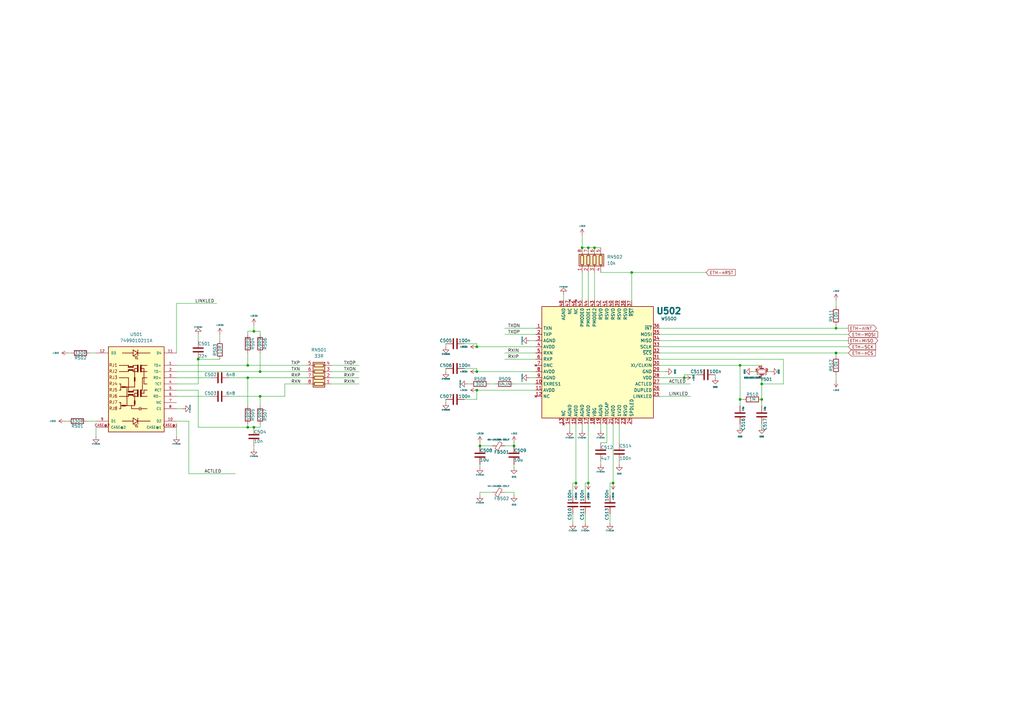
<source format=kicad_sch>
(kicad_sch (version 20230121) (generator eeschema)
  (paper "A3")
  (lib_symbols
    (symbol "Device:C" (pin_numbers hide) (pin_names (offset 0.254))
      (property "Reference" "C" (at 0.635 2.54 0))
      (property "Value" "C" (at 0.635 -2.54 0))
      (symbol "C_1_1"
        (pin passive line (at 0 3.81 270) (length 2.794) (name "~") (number "1"))
        (pin passive line (at 0 -3.81 90) (length 2.794) (name "~") (number "2"))
      )
    )
    (symbol "Device:Crystal_GND24_Small" (pin_names (offset 1.016) hide)
      (property "Reference" "Y" (at 1.27 4.445 0))
      (property "Value" "Crystal_GND24_Small" (at 1.27 2.54 0))
      (symbol "Crystal_GND24_Small_1_1"
        (pin passive line (at -2.54 0 0) (length 1.27) (name "1") (number "1"))
        (pin passive line (at 0 -2.54 90) (length 0.635) (name "2") (number "2"))
        (pin passive line (at 2.54 0 180) (length 1.27) (name "3") (number "3"))
        (pin passive line (at 0 2.54 270) (length 0.635) (name "4") (number "4"))
      )
    )
    (symbol "Device:Ferrite_Bead_Small" (pin_numbers hide) (pin_names (offset 0))
      (property "Reference" "FB" (at 1.905 1.27 0))
      (property "Value" "Device_Ferrite_Bead_Small" (at 1.905 -1.27 0))
      (symbol "Ferrite_Bead_Small_1_1"
        (pin passive line (at 0 2.54 270) (length 1.27) (name "~") (number "1"))
        (pin passive line (at 0 -2.54 90) (length 1.27) (name "~") (number "2"))
      )
    )
    (symbol "Device:R" (pin_numbers hide) (pin_names (offset 0))
      (property "Reference" "R" (at 2.032 0 90))
      (property "Value" "R" (at 0 0 90))
      (symbol "R_1_1"
        (pin passive line (at 0 3.81 270) (length 1.27) (name "~") (number "1"))
        (pin passive line (at 0 -3.81 90) (length 1.27) (name "~") (number "2"))
      )
    )
    (symbol "Device:R_Pack04" (pin_names (offset 0) hide)
      (property "Reference" "RN" (at -7.62 0 90))
      (property "Value" "R_Pack04" (at 5.08 0 90))
      (symbol "R_Pack04_1_1"
        (pin passive line (at -5.08 -5.08 90) (length 2.54) (name "R1.1") (number "1"))
        (pin passive line (at -2.54 -5.08 90) (length 2.54) (name "R2.1") (number "2"))
        (pin passive line (at 0 -5.08 90) (length 2.54) (name "R3.1") (number "3"))
        (pin passive line (at 2.54 -5.08 90) (length 2.54) (name "R4.1") (number "4"))
        (pin passive line (at 2.54 5.08 270) (length 2.54) (name "R4.2") (number "5"))
        (pin passive line (at 0 5.08 270) (length 2.54) (name "R3.2") (number "6"))
        (pin passive line (at -2.54 5.08 270) (length 2.54) (name "R2.2") (number "7"))
        (pin passive line (at -5.08 5.08 270) (length 2.54) (name "R1.2") (number "8"))
      )
    )
    (symbol "Project_Specific_Power:+3V3" (power) (pin_names (offset 0))
      (property "Value" "+3V3" (at 0 3.175 0))
      (symbol "+3V3_1_1"
        (pin power_in line (at 0 0 90) (length 0) hide (name "+3V3") (number "1"))
      )
    )
    (symbol "Project_Specific_Power:+3V3A" (power) (pin_names (offset 0))
      (property "Value" "+3V3A" (at 0 3.175 0))
      (symbol "+3V3A_1_1"
        (pin power_in line (at 0 0 90) (length 0) hide (name "+3V3A") (number "1"))
      )
    )
    (symbol "Project_Specific_Power:ETH_GNDA" (power) (pin_names (offset 0))
      (property "Value" "ETH_GNDA" (at 0 -2.9972 0))
      (symbol "ETH_GNDA_1_1"
        (pin power_in line (at 0 0 270) (length 0) hide (name "ETHGNDA") (number "1"))
      )
    )
    (symbol "Project_Specific_Wiznet:W5500"
      (property "Reference" "U" (at -21.59 24.13 0))
      (property "Value" "W5500" (at -8.89 2.54 0))
      (symbol "W5500_1_1"
        (pin output line (at -25.4 13.97 0) (length 2.54) (name "TXN") (number "1"))
        (pin passive line (at -25.4 -8.89 0) (length 2.54) (name "EXRES1") (number "10"))
        (pin passive line (at -25.4 -11.43 0) (length 2.54) (name "AVDD") (number "11"))
        (pin no_connect line (at -25.4 -13.97 0) (length 2.54) (name "NC") (number "12"))
        (pin no_connect line (at -13.97 -25.4 90) (length 2.54) (name "NC") (number "13"))
        (pin passive line (at -11.43 -25.4 90) (length 2.54) (name "AGND") (number "14"))
        (pin passive line (at -8.89 -25.4 90) (length 2.54) (name "AVDD") (number "15"))
        (pin passive line (at -6.35 -25.4 90) (length 2.54) (name "AGND") (number "16"))
        (pin passive line (at -3.81 -25.4 90) (length 2.54) (name "AVDD") (number "17"))
        (pin passive line (at -1.27 -25.4 90) (length 2.54) (name "VBG") (number "18"))
        (pin passive line (at 1.27 -25.4 90) (length 2.54) (name "AGND") (number "19"))
        (pin output line (at -25.4 11.43 0) (length 2.54) (name "TXP") (number "2"))
        (pin passive line (at 3.81 -25.4 90) (length 2.54) (name "TOCAP") (number "20"))
        (pin passive line (at 6.35 -25.4 90) (length 2.54) (name "AVDD") (number "21"))
        (pin output line (at 8.89 -25.4 90) (length 2.54) (name "1V2O") (number "22"))
        (pin input line (at 11.43 -25.4 90) (length 2.54) (name "RSVD") (number "23"))
        (pin output line (at 13.97 -25.4 90) (length 2.54) (name "SPDLED") (number "24"))
        (pin output line (at 25.4 -13.97 180) (length 2.54) (name "LINKLED") (number "25"))
        (pin output line (at 25.4 -11.43 180) (length 2.54) (name "DUPLED") (number "26"))
        (pin output line (at 25.4 -8.89 180) (length 2.54) (name "ACTLED") (number "27"))
        (pin power_in line (at 25.4 -6.35 180) (length 2.54) (name "VDD") (number "28"))
        (pin power_in line (at 25.4 -3.81 180) (length 2.54) (name "GND") (number "29"))
        (pin power_in line (at -25.4 8.89 0) (length 2.54) (name "AGND") (number "3"))
        (pin input line (at 25.4 -1.27 180) (length 2.54) (name "XI/CLKIN") (number "30"))
        (pin output line (at 25.4 1.27 180) (length 2.54) (name "XO") (number "31"))
        (pin input line (at 25.4 3.81 180) (length 2.54) (name "~{SCS}") (number "32"))
        (pin input line (at 25.4 6.35 180) (length 2.54) (name "SCLK") (number "33"))
        (pin output line (at 25.4 8.89 180) (length 2.54) (name "MISO") (number "34"))
        (pin input line (at 25.4 11.43 180) (length 2.54) (name "MOSI") (number "35"))
        (pin input line (at 25.4 13.97 180) (length 2.54) (name "~{INT}") (number "36"))
        (pin input line (at 13.97 25.4 270) (length 2.54) (name "~{RST}") (number "37"))
        (pin input line (at 11.43 25.4 270) (length 2.54) (name "RSVD") (number "38"))
        (pin input line (at 8.89 25.4 270) (length 2.54) (name "RSVD") (number "39"))
        (pin power_in line (at -25.4 6.35 0) (length 2.54) (name "AVDD") (number "4"))
        (pin input line (at 6.35 25.4 270) (length 2.54) (name "RSVD") (number "40"))
        (pin input line (at 3.81 25.4 270) (length 2.54) (name "RSVD") (number "41"))
        (pin input line (at 1.27 25.4 270) (length 2.54) (name "RSVD") (number "42"))
        (pin input line (at -1.27 25.4 270) (length 2.54) (name "PMODE2") (number "43"))
        (pin input line (at -3.81 25.4 270) (length 2.54) (name "PMODE1") (number "44"))
        (pin input line (at -6.35 25.4 270) (length 2.54) (name "PMODE0") (number "45"))
        (pin no_connect line (at -8.89 25.4 270) (length 2.54) (name "NC") (number "46"))
        (pin no_connect line (at -11.43 25.4 270) (length 2.54) (name "NC") (number "47"))
        (pin passive line (at -13.97 25.4 270) (length 2.54) (name "AGND") (number "48"))
        (pin input line (at -25.4 3.81 0) (length 2.54) (name "RXN") (number "5"))
        (pin input line (at -25.4 1.27 0) (length 2.54) (name "RXP") (number "6"))
        (pin no_connect line (at -25.4 -1.27 0) (length 2.54) (name "DNC") (number "7"))
        (pin passive line (at -25.4 -3.81 0) (length 2.54) (name "AVDD") (number "8"))
        (pin passive line (at -25.4 -6.35 0) (length 2.54) (name "AGND") (number "9"))
      )
    )
    (symbol "Project_Specific_Wuerth:7499010211A" (pin_names (offset 1.016))
      (property "Reference" "U" (at 0 0 0))
      (property "Value" "7499010211A" (at 0 0 0))
      (symbol "7499010211A_0_0"
        (text "RJ1" (at 6.35 9.525 0) (effects (font (size 1.27 1.27)) (justify left bottom)))
        (text "RJ2" (at 6.35 6.985 0) (effects (font (size 1.27 1.27)) (justify left bottom)))
        (text "RJ3" (at 6.35 4.445 0) (effects (font (size 1.27 1.27)) (justify left bottom)))
        (text "RJ4" (at 6.35 1.905 0) (effects (font (size 1.27 1.27)) (justify left bottom)))
        (text "RJ5" (at 6.35 -0.635 0) (effects (font (size 1.27 1.27)) (justify left bottom)))
        (text "RJ6" (at 6.35 -3.175 0) (effects (font (size 1.27 1.27)) (justify left bottom)))
        (text "RJ7" (at 6.35 -5.715 0) (effects (font (size 1.27 1.27)) (justify left bottom)))
        (text "RJ8" (at 6.35 -8.255 0) (effects (font (size 1.27 1.27)) (justify left bottom)))
        (pin bidirectional line (at -17.78 10.16 0) (length 5.08) (name "TD+") (number "1"))
        (pin bidirectional line (at -17.78 -12.7 0) (length 5.08) (name "D2") (number "10"))
        (pin bidirectional line (at -17.78 15.24 0) (length 5.08) (name "D4") (number "11"))
        (pin bidirectional line (at 15.24 15.24 180) (length 5.08) (name "D3") (number "12"))
        (pin bidirectional line (at -17.78 7.62 0) (length 5.08) (name "TD-") (number "2"))
        (pin bidirectional line (at -17.78 5.08 0) (length 5.08) (name "RD+") (number "3"))
        (pin bidirectional line (at -17.78 2.54 0) (length 5.08) (name "TCT") (number "4"))
        (pin bidirectional line (at -17.78 0 0) (length 5.08) (name "RCT") (number "5"))
        (pin bidirectional line (at -17.78 -2.54 0) (length 5.08) (name "RD-") (number "6"))
        (pin bidirectional line (at -17.78 -5.08 0) (length 5.08) (name "NC") (number "7"))
        (pin bidirectional line (at -17.78 -7.62 0) (length 5.08) (name "C1") (number "8"))
        (pin bidirectional line (at 15.24 -12.7 180) (length 5.08) (name "D1") (number "9"))
        (pin bidirectional line (at -17.78 -15.24 0) (length 5.08) (name "CASE@1") (number "CASE@1"))
        (pin bidirectional line (at 15.24 -15.24 180) (length 5.08) (name "CASE@2") (number "CASE@2"))
      )
    )
    (symbol "power:GND" (power) (pin_names (offset 0))
      (property "Value" "GND" (at 0 -3.81 0))
      (symbol "GND_1_1"
        (pin power_in line (at 0 0 270) (length 0) hide (name "GND") (number "1"))
      )
    )
  )
  (junction (at 312.42 157.48))
  (junction (at 312.42 163.83))
  (junction (at 101.6 149.86))
  (junction (at 195.58 152.4))
  (junction (at 101.6 154.94))
  (junction (at 342.9 134.62))
  (junction (at 238.76 101.6))
  (junction (at 303.53 163.83))
  (junction (at 106.68 152.4))
  (junction (at 195.58 160.02))
  (junction (at 195.58 142.24))
  (junction (at 259.08 111.76))
  (junction (at 280.67 154.94))
  (junction (at 241.3 198.12))
  (junction (at 106.68 162.56))
  (junction (at 196.85 182.88))
  (junction (at 104.14 135.89))
  (junction (at 210.82 182.88))
  (junction (at 236.22 198.12))
  (junction (at 251.46 198.12))
  (junction (at 243.84 101.6))
  (junction (at 342.9 144.78))
  (junction (at 303.53 149.86))
  (junction (at 241.3 101.6))
  (junction (at 81.28 147.32))
  (junction (at 104.14 175.26))
  (junction (at 101.6 175.26))
  (wire (pts (xy 259.08 111.76) (xy 246.38 111.76)))
  (wire (pts (xy 182.88 163.83) (xy 182.88 165.1)))
  (wire (pts (xy 248.92 173.99) (xy 248.92 181.61)))
  (wire (pts (xy 93.98 154.94) (xy 101.6 154.94)))
  (wire (pts (xy 196.85 181.61) (xy 196.85 182.88)))
  (wire (pts (xy 72.39 157.48) (xy 81.28 157.48)))
  (wire (pts (xy 196.85 182.88) (xy 201.93 182.88)))
  (wire (pts (xy 104.14 135.89) (xy 106.68 135.89)))
  (wire (pts (xy 72.39 144.78) (xy 72.39 124.46)))
  (wire (pts (xy 135.89 157.48) (xy 147.32 157.48)))
  (wire (pts (xy 207.01 144.78) (xy 219.71 144.78)))
  (wire (pts (xy 312.42 154.94) (xy 312.42 157.48)))
  (wire (pts (xy 72.39 160.02) (xy 81.28 160.02)))
  (wire (pts (xy 217.17 154.94) (xy 219.71 154.94)))
  (wire (pts (xy 312.42 166.37) (xy 312.42 163.83)))
  (wire (pts (xy 104.14 175.26) (xy 106.68 175.26)))
  (wire (pts (xy 196.85 190.5) (xy 196.85 191.77)))
  (wire (pts (xy 200.66 157.48) (xy 203.2 157.48)))
  (wire (pts (xy 72.39 149.86) (xy 101.6 149.86)))
  (wire (pts (xy 254 173.99) (xy 254 181.61)))
  (wire (pts (xy 195.58 140.97) (xy 195.58 142.24)))
  (wire (pts (xy 101.6 144.78) (xy 101.6 149.86)))
  (wire (pts (xy 240.03 203.2) (xy 240.03 198.12)))
  (wire (pts (xy 207.01 182.88) (xy 210.82 182.88)))
  (wire (pts (xy 81.28 157.48) (xy 81.28 147.32)))
  (wire (pts (xy 207.01 134.62) (xy 219.71 134.62)))
  (wire (pts (xy 238.76 173.99) (xy 238.76 176.53)))
  (wire (pts (xy 72.39 172.72) (xy 77.47 172.72)))
  (wire (pts (xy 342.9 123.19) (xy 342.9 125.73)))
  (wire (pts (xy 342.9 144.78) (xy 347.98 144.78)))
  (wire (pts (xy 238.76 111.76) (xy 238.76 123.19)))
  (wire (pts (xy 106.68 173.99) (xy 106.68 175.26)))
  (wire (pts (xy 106.68 152.4) (xy 125.73 152.4)))
  (wire (pts (xy 81.28 147.32) (xy 90.17 147.32)))
  (wire (pts (xy 303.53 163.83) (xy 304.8 163.83)))
  (wire (pts (xy 246.38 173.99) (xy 246.38 176.53)))
  (wire (pts (xy 259.08 123.19) (xy 259.08 111.76)))
  (wire (pts (xy 195.58 152.4) (xy 219.71 152.4)))
  (wire (pts (xy 233.68 173.99) (xy 233.68 176.53)))
  (wire (pts (xy 236.22 198.12) (xy 236.22 173.99)))
  (wire (pts (xy 135.89 152.4) (xy 147.32 152.4)))
  (wire (pts (xy 280.67 153.67) (xy 280.67 154.94)))
  (wire (pts (xy 207.01 201.93) (xy 210.82 201.93)))
  (wire (pts (xy 241.3 198.12) (xy 241.3 173.99)))
  (wire (pts (xy 250.19 210.82) (xy 250.19 214.63)))
  (wire (pts (xy 303.53 149.86) (xy 312.42 149.86)))
  (wire (pts (xy 238.76 101.6) (xy 241.3 101.6)))
  (wire (pts (xy 342.9 144.78) (xy 342.9 146.05)))
  (wire (pts (xy 303.53 149.86) (xy 303.53 163.83)))
  (wire (pts (xy 270.51 142.24) (xy 347.98 142.24)))
  (wire (pts (xy 321.31 147.32) (xy 321.31 157.48)))
  (wire (pts (xy 342.9 134.62) (xy 347.98 134.62)))
  (wire (pts (xy 190.5 163.83) (xy 195.58 163.83)))
  (wire (pts (xy 259.08 111.76) (xy 289.56 111.76)))
  (wire (pts (xy 210.82 201.93) (xy 210.82 203.2)))
  (wire (pts (xy 106.68 144.78) (xy 106.68 152.4)))
  (wire (pts (xy 135.89 149.86) (xy 147.32 149.86)))
  (wire (pts (xy 106.68 162.56) (xy 116.84 162.56)))
  (wire (pts (xy 182.88 151.13) (xy 182.88 152.4)))
  (wire (pts (xy 93.98 162.56) (xy 106.68 162.56)))
  (wire (pts (xy 270.51 134.62) (xy 342.9 134.62)))
  (wire (pts (xy 195.58 160.02) (xy 219.71 160.02)))
  (wire (pts (xy 303.53 175.26) (xy 303.53 173.99)))
  (wire (pts (xy 270.51 144.78) (xy 342.9 144.78)))
  (wire (pts (xy 196.85 201.93) (xy 196.85 203.2)))
  (wire (pts (xy 101.6 137.16) (xy 101.6 135.89)))
  (wire (pts (xy 342.9 153.67) (xy 342.9 156.21)))
  (wire (pts (xy 312.42 157.48) (xy 321.31 157.48)))
  (wire (pts (xy 210.82 190.5) (xy 210.82 191.77)))
  (wire (pts (xy 217.17 139.7) (xy 219.71 139.7)))
  (wire (pts (xy 195.58 142.24) (xy 219.71 142.24)))
  (wire (pts (xy 234.95 198.12) (xy 236.22 198.12)))
  (wire (pts (xy 35.56 172.72) (xy 39.37 172.72)))
  (wire (pts (xy 238.76 96.52) (xy 238.76 101.6)))
  (wire (pts (xy 254 189.23) (xy 254 190.5)))
  (wire (pts (xy 81.28 160.02) (xy 81.28 175.26)))
  (wire (pts (xy 250.19 203.2) (xy 250.19 198.12)))
  (wire (pts (xy 106.68 135.89) (xy 106.68 137.16)))
  (wire (pts (xy 81.28 137.16) (xy 81.28 139.7)))
  (wire (pts (xy 283.21 162.56) (xy 270.51 162.56)))
  (wire (pts (xy 240.03 214.63) (xy 240.03 210.82)))
  (wire (pts (xy 72.39 152.4) (xy 106.68 152.4)))
  (wire (pts (xy 241.3 111.76) (xy 241.3 123.19)))
  (wire (pts (xy 270.51 137.16) (xy 347.98 137.16)))
  (wire (pts (xy 207.01 147.32) (xy 219.71 147.32)))
  (wire (pts (xy 210.82 181.61) (xy 210.82 182.88)))
  (wire (pts (xy 190.5 140.97) (xy 195.58 140.97)))
  (wire (pts (xy 90.17 137.16) (xy 90.17 139.7)))
  (wire (pts (xy 191.77 157.48) (xy 193.04 157.48)))
  (wire (pts (xy 270.51 152.4) (xy 273.05 152.4)))
  (wire (pts (xy 104.14 133.35) (xy 104.14 135.89)))
  (wire (pts (xy 234.95 214.63) (xy 234.95 210.82)))
  (wire (pts (xy 195.58 163.83) (xy 195.58 160.02)))
  (wire (pts (xy 251.46 198.12) (xy 251.46 173.99)))
  (wire (pts (xy 285.75 153.67) (xy 280.67 153.67)))
  (wire (pts (xy 195.58 151.13) (xy 195.58 152.4)))
  (wire (pts (xy 250.19 198.12) (xy 251.46 198.12)))
  (wire (pts (xy 72.39 175.26) (xy 72.39 179.07)))
  (wire (pts (xy 342.9 133.35) (xy 342.9 134.62)))
  (wire (pts (xy 72.39 154.94) (xy 86.36 154.94)))
  (wire (pts (xy 270.51 139.7) (xy 347.98 139.7)))
  (wire (pts (xy 243.84 101.6) (xy 246.38 101.6)))
  (wire (pts (xy 101.6 149.86) (xy 125.73 149.86)))
  (wire (pts (xy 77.47 172.72) (xy 77.47 194.31)))
  (wire (pts (xy 182.88 140.97) (xy 182.88 142.24)))
  (wire (pts (xy 72.39 162.56) (xy 86.36 162.56)))
  (wire (pts (xy 241.3 101.6) (xy 243.84 101.6)))
  (wire (pts (xy 210.82 157.48) (xy 219.71 157.48)))
  (wire (pts (xy 125.73 157.48) (xy 116.84 157.48)))
  (wire (pts (xy 101.6 135.89) (xy 104.14 135.89)))
  (wire (pts (xy 26.67 172.72) (xy 27.94 172.72)))
  (wire (pts (xy 312.42 173.99) (xy 312.42 175.26)))
  (wire (pts (xy 190.5 151.13) (xy 195.58 151.13)))
  (wire (pts (xy 314.96 152.4) (xy 316.23 152.4)))
  (wire (pts (xy 234.95 203.2) (xy 234.95 198.12)))
  (wire (pts (xy 72.39 124.46) (xy 88.9 124.46)))
  (wire (pts (xy 72.39 167.64) (xy 74.93 167.64)))
  (wire (pts (xy 248.92 181.61) (xy 246.38 181.61)))
  (wire (pts (xy 104.14 184.15) (xy 104.14 182.88)))
  (wire (pts (xy 36.83 144.78) (xy 39.37 144.78)))
  (wire (pts (xy 101.6 173.99) (xy 101.6 175.26)))
  (wire (pts (xy 207.01 137.16) (xy 219.71 137.16)))
  (wire (pts (xy 303.53 166.37) (xy 303.53 163.83)))
  (wire (pts (xy 135.89 154.94) (xy 147.32 154.94)))
  (wire (pts (xy 101.6 154.94) (xy 125.73 154.94)))
  (wire (pts (xy 270.51 154.94) (xy 280.67 154.94)))
  (wire (pts (xy 312.42 157.48) (xy 312.42 163.83)))
  (wire (pts (xy 243.84 111.76) (xy 243.84 123.19)))
  (wire (pts (xy 77.47 194.31) (xy 96.52 194.31)))
  (wire (pts (xy 231.14 120.65) (xy 231.14 123.19)))
  (wire (pts (xy 116.84 157.48) (xy 116.84 162.56)))
  (wire (pts (xy 309.88 152.4) (xy 308.61 152.4)))
  (wire (pts (xy 270.51 149.86) (xy 303.53 149.86)))
  (wire (pts (xy 270.51 157.48) (xy 283.21 157.48)))
  (wire (pts (xy 293.37 153.67) (xy 293.37 154.94)))
  (wire (pts (xy 246.38 189.23) (xy 246.38 190.5)))
  (wire (pts (xy 104.14 175.26) (xy 101.6 175.26)))
  (wire (pts (xy 240.03 198.12) (xy 241.3 198.12)))
  (wire (pts (xy 81.28 175.26) (xy 101.6 175.26)))
  (wire (pts (xy 27.94 144.78) (xy 29.21 144.78)))
  (wire (pts (xy 101.6 154.94) (xy 101.6 166.37)))
  (wire (pts (xy 106.68 162.56) (xy 106.68 166.37)))
  (wire (pts (xy 39.37 175.26) (xy 39.37 179.07)))
  (wire (pts (xy 196.85 201.93) (xy 201.93 201.93)))
  (wire (pts (xy 270.51 147.32) (xy 321.31 147.32)))
  (label "RXIP" (at 208.28 147.32 0))
  (label "LINKLED" (at 274.32 162.56 0))
  (label "RXIP" (at 140.97 154.94 0))
  (label "ACTLED" (at 83.82 194.31 0))
  (label "TXN" (at 119.38 152.4 0))
  (label "TXP" (at 119.38 149.86 0))
  (label "RXN" (at 119.38 157.48 0))
  (label "RXIN" (at 140.97 157.48 0))
  (label "RXP" (at 119.38 154.94 0))
  (label "ACTLED" (at 274.32 157.48 0))
  (label "RXIN" (at 208.28 144.78 0))
  (label "TXON" (at 140.97 152.4 0))
  (label "TXOP" (at 140.97 149.86 0))
  (label "TXOP" (at 208.28 137.16 0))
  (label "TXON" (at 208.28 134.62 0))
  (label "LINKLED" (at 80.01 124.46 0))
  (global_label "ETH-nCS" (shape input) (at 347.98 144.78 0) (property "Intersheetrefs" "${INTERSHEET_REFS}" (at 359.5338 144.78 0) (effects (justify left))))
  (global_label "ETH-nINT" (shape output) (at 347.98 134.62 0) (property "Intersheetrefs" "${INTERSHEET_REFS}" (at 359.9572 134.62 0) (effects (justify left))))
  (global_label "ETH-nRST" (shape input) (at 289.56 111.76 0) (property "Intersheetrefs" "${INTERSHEET_REFS}" (at 302.0814 111.76 0) (effects (justify left))))
  (global_label "ETH-MISO" (shape output) (at 347.98 139.7 0) (property "Intersheetrefs" "${INTERSHEET_REFS}" (at 360.5015 139.7 0) (effects (justify left))))
  (global_label "ETH-SCK" (shape input) (at 347.98 142.24 0) (property "Intersheetrefs" "${INTERSHEET_REFS}" (at 359.6548 142.24 0) (effects (justify left))))
  (global_label "ETH-MOSI" (shape input) (at 347.98 137.16 0) (property "Intersheetrefs" "${INTERSHEET_REFS}" (at 360.5015 137.16 0) (effects (justify left))))
  (symbol (lib_id "Project_Specific_Power:ETH_GNDA") (at 250.19 214.63 0) (unit 1)
    (property "Reference" "#PWR0535" (effects hide))
    (property "Value" "ETH_GNDA" (at 250.19 217.6272 0) (effects (font (size 0.508 0.508))))
    (instances (project "SinglePair-Eth-Gateway" (path "" (reference "#PWR0535") (unit 1))) (project "Hemispherical-3D-Camera" (path "" (reference "#PWR0216") (unit 1))))
  )
  (symbol (lib_id "Project_Specific_Power:+3V3") (at 342.9 123.19 0) (unit 1)
    (property "Reference" "#PWR0545" (effects hide))
    (property "Value" "+3V3" (at 342.9 119.38 0) (effects (font (size 0.635 0.635))))
    (instances (project "SinglePair-Eth-Gateway" (path "" (reference "#PWR0545") (unit 1))) (project "Hemispherical-3D-Camera" (path "" (reference "#PWR0212") (unit 1))))
  )
  (symbol (lib_id "Project_Specific_Power:+3V3") (at 26.67 172.72 90) (unit 1)
    (property "Reference" "#PWR0501" (effects hide))
    (property "Value" "+3V3" (at 22.86 172.72 90) (effects (font (size 0.635 0.635)) (justify left)))
    (instances (project "SinglePair-Eth-Gateway" (path "" (reference "#PWR0501") (unit 1))) (project "Hemispherical-3D-Camera" (path "" (reference "#PWR0212") (unit 1))))
  )
  (symbol (lib_id "Project_Specific_Power:+3V3A") (at 195.58 142.24 90) (unit 1)
    (property "Reference" "#PWR0514" (effects hide))
    (property "Value" "+3V3A" (at 191.77 142.24 90) (effects (font (size 0.635 0.635)) (justify left)))
    (instances (project "SinglePair-Eth-Gateway" (path "" (reference "#PWR0514") (unit 1))) (project "Hemispherical-3D-Camera" (path "" (reference "#PWR0222") (unit 1))))
  )
  (symbol (lib_id "Device:C") (at 81.28 143.51 180) (unit 1)
    (property "Reference" "C501" (at 86.36 140.97 0) (effects (justify left)))
    (property "Value" "22n" (at 85.09 146.05 0) (effects (justify left)))
    (property "Footprint" "Capacitor_SMD:C_0402_1005Metric" (effects hide))
    (instances (project "SinglePair-Eth-Gateway" (path "" (reference "C501") (unit 1))) (project "Hemispherical-3D-Camera" (path "" (reference "C202") (unit 1))))
  )
  (symbol (lib_id "Device:C") (at 312.42 170.18 0) (unit 1)
    (property "Reference" "C517" (at 313.69 173.99 90))
    (property "Value" "13p" (at 313.69 167.64 90) (effects (font (size 0.6 0.6))))
    (property "Footprint" "Capacitor_SMD:C_0402_1005Metric" (effects hide))
    (instances (project "SinglePair-Eth-Gateway" (path "" (reference "C517") (unit 1))) (project "Ethernet" (path "" (reference "C302") (unit 1))) (project "gateway-LoRa-T1L" (path "" (reference "C302") (unit 1))) (project "Hemispherical-3D-Camera" (path "" (reference "C17") (unit 1)) (path "" (reference "C215") (unit 1))))
  )
  (symbol (lib_id "Device:R") (at 106.68 170.18 0) (unit 1)
    (property "Reference" "R507" (at 108.712 170.18 90))
    (property "Value" "49R9" (at 106.68 170.18 90))
    (property "Footprint" "Resistor_SMD:R_0402_1005Metric" (effects hide))
    (instances (project "SinglePair-Eth-Gateway" (path "" (reference "R507") (unit 1))) (project "Hemispherical-3D-Camera" (path "" (reference "R204") (unit 1))))
  )
  (symbol (lib_id "Device:R") (at 308.61 163.83 90) (unit 1)
    (property "Reference" "R510" (at 308.61 161.798 90))
    (property "Value" "1M" (at 308.61 163.83 90))
    (property "Footprint" "Resistor_SMD:R_0402_1005Metric" (effects hide))
    (instances (project "SinglePair-Eth-Gateway" (path "" (reference "R510") (unit 1))) (project "Hemispherical-3D-Camera" (path "" (reference "R208") (unit 1))))
  )
  (symbol (lib_id "Project_Specific_Power:ETH_GNDA") (at 72.39 179.07 0) (unit 1)
    (property "Reference" "#PWR0504" (effects hide))
    (property "Value" "ETH_GNDA" (at 72.39 182.0672 0) (effects (font (size 0.508 0.508))))
    (instances (project "SinglePair-Eth-Gateway" (path "" (reference "#PWR0504") (unit 1))) (project "Hemispherical-3D-Camera" (path "" (reference "#PWR0205") (unit 1))))
  )
  (symbol (lib_id "Device:C") (at 186.69 140.97 90) (unit 1)
    (property "Reference" "C505" (at 185.42 139.7 90) (effects (justify left)))
    (property "Value" "100n" (at 193.04 139.7 90) (effects (justify left)))
    (property "Footprint" "Capacitor_SMD:C_0402_1005Metric" (effects hide))
    (instances (project "SinglePair-Eth-Gateway" (path "" (reference "C505") (unit 1))) (project "Hemispherical-3D-Camera" (path "" (reference "C209") (unit 1))))
  )
  (symbol (lib_id "Device:R") (at 196.85 157.48 90) (unit 1)
    (property "Reference" "R508" (at 196.85 155.448 90))
    (property "Value" "300" (at 196.85 157.48 90))
    (property "Footprint" "Resistor_SMD:R_0402_1005Metric" (effects hide))
    (instances (project "SinglePair-Eth-Gateway" (path "" (reference "R508") (unit 1))) (project "Hemispherical-3D-Camera" (path "" (reference "R206") (unit 1))))
  )
  (symbol (lib_id "Device:C") (at 246.38 185.42 0) (unit 1)
    (property "Reference" "C512" (at 246.38 183.515 0) (effects (justify left)))
    (property "Value" "4u7" (at 246.38 187.96 0) (effects (justify left)))
    (property "Footprint" "Capacitor_SMD:C_0402_1005Metric" (effects hide))
    (instances (project "SinglePair-Eth-Gateway" (path "" (reference "C512") (unit 1))) (project "Hemispherical-3D-Camera" (path "" (reference "C208") (unit 1))))
  )
  (symbol (lib_id "power:GND") (at 210.82 191.77 0) (unit 1)
    (property "Reference" "#PWR0521" (effects hide))
    (property "Value" "GND" (at 210.82 195.58 0) (effects (font (size 0.6 0.6))))
    (instances (project "SinglePair-Eth-Gateway" (path "" (reference "#PWR0521") (unit 1))) (project "Ethernet" (path "" (reference "#PWR0303") (unit 1))) (project "gateway-LoRa-T1L" (path "" (reference "#PWR0303") (unit 1))) (project "Hemispherical-3D-Camera" (path "" (reference "#PWR027") (unit 1)) (path "" (reference "#PWR0213") (unit 1))))
  )
  (symbol (lib_id "Project_Specific_Power:ETH_GNDA") (at 196.85 191.77 0) (unit 1)
    (property "Reference" "#PWR0518" (effects hide))
    (property "Value" "ETH_GNDA" (at 196.85 194.7672 0) (effects (font (size 0.508 0.508))))
    (instances (project "SinglePair-Eth-Gateway" (path "" (reference "#PWR0518") (unit 1))) (project "Hemispherical-3D-Camera" (path "" (reference "#PWR0209") (unit 1))))
  )
  (symbol (lib_id "power:GND") (at 303.53 175.26 0) (unit 1)
    (property "Reference" "#PWR0541" (effects hide))
    (property "Value" "GND" (at 303.53 179.07 0) (effects (font (size 0.6 0.6))))
    (instances (project "SinglePair-Eth-Gateway" (path "" (reference "#PWR0541") (unit 1))) (project "Ethernet" (path "" (reference "#PWR0301") (unit 1))) (project "gateway-LoRa-T1L" (path "" (reference "#PWR0301") (unit 1))) (project "Hemispherical-3D-Camera" (path "" (reference "#PWR029") (unit 1)) (path "" (reference "#PWR0235") (unit 1))))
  )
  (symbol (lib_id "Project_Specific_Power:+3V3") (at 238.76 96.52 0) (unit 1)
    (property "Reference" "#PWR0529" (effects hide))
    (property "Value" "+3V3" (at 238.76 92.71 0) (effects (font (size 0.635 0.635))))
    (instances (project "SinglePair-Eth-Gateway" (path "" (reference "#PWR0529") (unit 1))) (project "Hemispherical-3D-Camera" (path "" (reference "#PWR0212") (unit 1))))
  )
  (symbol (lib_id "Project_Specific_Power:ETH_GNDA") (at 104.14 184.15 0) (unit 1)
    (property "Reference" "#PWR0509" (effects hide))
    (property "Value" "ETH_GNDA" (at 104.14 187.1472 0) (effects (font (size 0.508 0.508))))
    (instances (project "SinglePair-Eth-Gateway" (path "" (reference "#PWR0509") (unit 1))) (project "Hemispherical-3D-Camera" (path "" (reference "#PWR0205") (unit 1))))
  )
  (symbol (lib_id "Project_Specific_Power:ETH_GNDA") (at 196.85 203.2 0) (unit 1)
    (property "Reference" "#PWR0519" (effects hide))
    (property "Value" "ETH_GNDA" (at 196.85 206.1972 0) (effects (font (size 0.508 0.508))))
    (instances (project "SinglePair-Eth-Gateway" (path "" (reference "#PWR0519") (unit 1))) (project "Hemispherical-3D-Camera" (path "" (reference "#PWR0210") (unit 1))))
  )
  (symbol (lib_id "Device:R") (at 33.02 144.78 270) (unit 1)
    (property "Reference" "R502" (at 33.02 146.812 90))
    (property "Value" "330R" (at 33.02 144.78 90))
    (property "Footprint" "Resistor_SMD:R_0402_1005Metric" (effects hide))
    (instances (project "SinglePair-Eth-Gateway" (path "" (reference "R502") (unit 1))) (project "Hemispherical-3D-Camera" (path "" (reference "R202") (unit 1))))
  )
  (symbol (lib_id "Project_Specific_Power:ETH_GNDA") (at 191.77 157.48 270) (unit 1)
    (property "Reference" "#PWR0513" (effects hide))
    (property "Value" "ETH_GNDA" (at 188.7728 157.48 0) (effects (font (size 0.508 0.508))))
    (instances (project "SinglePair-Eth-Gateway" (path "" (reference "#PWR0513") (unit 1))) (project "Hemispherical-3D-Camera" (path "" (reference "#PWR0217") (unit 1))))
  )
  (symbol (lib_id "Project_Specific_Power:ETH_GNDA") (at 238.76 176.53 0) (unit 1)
    (property "Reference" "#PWR0530" (effects hide))
    (property "Value" "ETH_GNDA" (at 238.76 179.5272 0) (effects (font (size 0.508 0.508))))
    (instances (project "SinglePair-Eth-Gateway" (path "" (reference "#PWR0530") (unit 1))) (project "Hemispherical-3D-Camera" (path "" (reference "#PWR0217") (unit 1))))
  )
  (symbol (lib_id "Project_Specific_Power:ETH_GNDA") (at 182.88 152.4 0) (unit 1)
    (property "Reference" "#PWR0511" (effects hide))
    (property "Value" "ETH_GNDA" (at 182.88 155.3972 0) (effects (font (size 0.508 0.508))))
    (instances (project "SinglePair-Eth-Gateway" (path "" (reference "#PWR0511") (unit 1))) (project "Hemispherical-3D-Camera" (path "" (reference "#PWR0217") (unit 1))))
  )
  (symbol (lib_id "Device:C") (at 289.56 153.67 90) (unit 1)
    (property "Reference" "C515" (at 288.29 152.4 90) (effects (justify left)))
    (property "Value" "100n" (at 295.91 152.4 90) (effects (justify left)))
    (property "Footprint" "Capacitor_SMD:C_0402_1005Metric" (effects hide))
    (instances (project "SinglePair-Eth-Gateway" (path "" (reference "C515") (unit 1))) (project "Hemispherical-3D-Camera" (path "" (reference "C223") (unit 1))))
  )
  (symbol (lib_id "Project_Specific_Power:+3V3A") (at 241.3 198.12 180) (unit 1)
    (property "Reference" "#PWR0532" (effects hide))
    (property "Value" "+3V3A" (at 241.3 201.93 90) (effects (font (size 0.635 0.635)) (justify left)))
    (instances (project "SinglePair-Eth-Gateway" (path "" (reference "#PWR0532") (unit 1))) (project "Hemispherical-3D-Camera" (path "" (reference "#PWR0222") (unit 1))))
  )
  (symbol (lib_id "Project_Specific_Wiznet:W5500") (at 245.11 148.59 0) (unit 1)
    (property "Reference" "U502" (at 274.32 127.5333 0) (effects (font (size 2.54 2.54) bold)))
    (property "Value" "W5500" (at 274.32 130.7083 0))
    (property "Footprint" "Package_QFP:LQFP-48_7x7mm_P0.5mm" (effects hide))
    (property "Datasheet" "http://wizwiki.net/wiki/lib/exe/fetch.php/products:w5500:w5500_ds_v109e.pdf" (effects hide))
  )
  (symbol (lib_id "Project_Specific_Power:+3V3") (at 280.67 154.94 270) (unit 1)
    (property "Reference" "#PWR0539" (effects hide))
    (property "Value" "+3V3" (at 284.48 153.67 0) (effects (font (size 0.635 0.635)) (justify left)))
    (instances (project "SinglePair-Eth-Gateway" (path "" (reference "#PWR0539") (unit 1))) (project "Hemispherical-3D-Camera" (path "" (reference "#PWR0261") (unit 1))))
  )
  (symbol (lib_id "Project_Specific_Power:ETH_GNDA") (at 39.37 179.07 0) (unit 1)
    (property "Reference" "#PWR0503" (effects hide))
    (property "Value" "ETH_GNDA" (at 39.37 182.0672 0) (effects (font (size 0.508 0.508))))
    (instances (project "SinglePair-Eth-Gateway" (path "" (reference "#PWR0503") (unit 1))) (project "Hemispherical-3D-Camera" (path "" (reference "#PWR0205") (unit 1))))
  )
  (symbol (lib_id "Device:C") (at 186.69 151.13 90) (unit 1)
    (property "Reference" "C506" (at 185.42 149.86 90) (effects (justify left)))
    (property "Value" "100n" (at 193.04 149.86 90) (effects (justify left)))
    (property "Footprint" "Capacitor_SMD:C_0402_1005Metric" (effects hide))
    (instances (project "SinglePair-Eth-Gateway" (path "" (reference "C506") (unit 1))) (project "Hemispherical-3D-Camera" (path "" (reference "C210") (unit 1))))
  )
  (symbol (lib_id "power:GND") (at 273.05 152.4 90) (unit 1)
    (property "Reference" "#PWR0538" (effects hide))
    (property "Value" "GND" (at 276.86 152.4 0) (effects (font (size 0.6 0.6))))
    (instances (project "SinglePair-Eth-Gateway" (path "" (reference "#PWR0538") (unit 1))) (project "Ethernet" (path "" (reference "#PWR0303") (unit 1))) (project "gateway-LoRa-T1L" (path "" (reference "#PWR0303") (unit 1))) (project "Hemispherical-3D-Camera" (path "" (reference "#PWR027") (unit 1)) (path "" (reference "#PWR0258") (unit 1))))
  )
  (symbol (lib_id "Project_Specific_Power:ETH_GNDA") (at 74.93 167.64 90) (unit 1)
    (property "Reference" "#PWR0505" (effects hide))
    (property "Value" "ETH_GNDA" (at 77.9272 167.64 0) (effects (font (size 0.508 0.508))))
    (instances (project "SinglePair-Eth-Gateway" (path "" (reference "#PWR0505") (unit 1))) (project "Hemispherical-3D-Camera" (path "" (reference "#PWR0205") (unit 1))))
  )
  (symbol (lib_id "power:GND") (at 316.23 152.4 90) (unit 1)
    (property "Reference" "#PWR0544" (effects hide))
    (property "Value" "GND" (at 319.405 152.4 0) (effects (font (size 0.6 0.6))))
    (instances (project "SinglePair-Eth-Gateway" (path "" (reference "#PWR0544") (unit 1))) (project "Ethernet" (path "" (reference "#PWR0304") (unit 1))) (project "gateway-LoRa-T1L" (path "" (reference "#PWR0304") (unit 1))) (project "Hemispherical-3D-Camera" (path "" (reference "#PWR026") (unit 1)) (path "" (reference "#PWR0242") (unit 1))))
  )
  (symbol (lib_id "Project_Specific_Power:ETH_GNDA") (at 234.95 214.63 0) (unit 1)
    (property "Reference" "#PWR0527" (effects hide))
    (property "Value" "ETH_GNDA" (at 234.95 217.6272 0) (effects (font (size 0.508 0.508))))
    (instances (project "SinglePair-Eth-Gateway" (path "" (reference "#PWR0527") (unit 1))) (project "Hemispherical-3D-Camera" (path "" (reference "#PWR0216") (unit 1))))
  )
  (symbol (lib_id "Project_Specific_Power:ETH_GNDA") (at 246.38 176.53 0) (unit 1)
    (property "Reference" "#PWR0533" (effects hide))
    (property "Value" "ETH_GNDA" (at 246.38 179.5272 0) (effects (font (size 0.508 0.508))))
    (instances (project "SinglePair-Eth-Gateway" (path "" (reference "#PWR0533") (unit 1))) (project "Hemispherical-3D-Camera" (path "" (reference "#PWR0217") (unit 1))))
  )
  (symbol (lib_id "Device:Ferrite_Bead_Small") (at 204.47 201.93 270) (unit 1)
    (property "Reference" "FB502" (at 205.74 204.47 90))
    (property "Value" "HH-1M1005-221JT" (at 204.47 199.39 90) (effects (font (size 0.6 0.6))))
    (property "Footprint" "Inductor_SMD:L_0402_1005Metric" (effects hide))
    (instances (project "SinglePair-Eth-Gateway" (path "" (reference "FB502") (unit 1))) (project "gateway-LoRa-T1L" (path "" (reference "FB101") (unit 1))) (project "Hemispherical-3D-Camera" (path "" (reference "FB1") (unit 1)) (path "" (reference "FB203") (unit 1))))
  )
  (symbol (lib_id "Project_Specific_Power:ETH_GNDA") (at 217.17 139.7 270) (unit 1)
    (property "Reference" "#PWR0523" (effects hide))
    (property "Value" "ETH_GNDA" (at 214.1728 139.7 0) (effects (font (size 0.508 0.508))))
    (instances (project "SinglePair-Eth-Gateway" (path "" (reference "#PWR0523") (unit 1))) (project "Hemispherical-3D-Camera" (path "" (reference "#PWR0216") (unit 1))))
  )
  (symbol (lib_id "power:GND") (at 312.42 175.26 0) (unit 1)
    (property "Reference" "#PWR0543" (effects hide))
    (property "Value" "GND" (at 312.42 179.07 0) (effects (font (size 0.6 0.6))))
    (instances (project "SinglePair-Eth-Gateway" (path "" (reference "#PWR0543") (unit 1))) (project "Ethernet" (path "" (reference "#PWR0303") (unit 1))) (project "gateway-LoRa-T1L" (path "" (reference "#PWR0303") (unit 1))) (project "Hemispherical-3D-Camera" (path "" (reference "#PWR027") (unit 1)) (path "" (reference "#PWR0236") (unit 1))))
  )
  (symbol (lib_id "Project_Specific_Power:ETH_GNDA") (at 246.38 190.5 0) (unit 1)
    (property "Reference" "#PWR0534" (effects hide))
    (property "Value" "ETH_GNDA" (at 246.38 193.4972 0) (effects (font (size 0.508 0.508))))
    (instances (project "SinglePair-Eth-Gateway" (path "" (reference "#PWR0534") (unit 1))) (project "Hemispherical-3D-Camera" (path "" (reference "#PWR0217") (unit 1))))
  )
  (symbol (lib_id "power:GND") (at 293.37 154.94 0) (unit 1)
    (property "Reference" "#PWR0540" (effects hide))
    (property "Value" "GND" (at 293.37 158.75 0) (effects (font (size 0.6 0.6))))
    (instances (project "SinglePair-Eth-Gateway" (path "" (reference "#PWR0540") (unit 1))) (project "Ethernet" (path "" (reference "#PWR0303") (unit 1))) (project "gateway-LoRa-T1L" (path "" (reference "#PWR0303") (unit 1))) (project "Hemispherical-3D-Camera" (path "" (reference "#PWR027") (unit 1)) (path "" (reference "#PWR0263") (unit 1))))
  )
  (symbol (lib_id "Device:C") (at 303.53 170.18 180) (unit 1)
    (property "Reference" "C516" (at 304.8 173.99 90))
    (property "Value" "13p" (at 304.8 167.64 90) (effects (font (size 0.6 0.6))))
    (property "Footprint" "Capacitor_SMD:C_0402_1005Metric" (effects hide))
    (instances (project "SinglePair-Eth-Gateway" (path "" (reference "C516") (unit 1))) (project "Ethernet" (path "" (reference "C301") (unit 1))) (project "gateway-LoRa-T1L" (path "" (reference "C301") (unit 1))) (project "Hemispherical-3D-Camera" (path "" (reference "C18") (unit 1)) (path "" (reference "C214") (unit 1))))
  )
  (symbol (lib_id "Device:R") (at 106.68 140.97 0) (unit 1)
    (property "Reference" "R506" (at 108.712 140.97 90))
    (property "Value" "49R9" (at 106.68 140.97 90))
    (property "Footprint" "Resistor_SMD:R_0402_1005Metric" (effects hide))
    (instances (project "SinglePair-Eth-Gateway" (path "" (reference "R506") (unit 1))) (project "Hemispherical-3D-Camera" (path "" (reference "R203") (unit 1))))
  )
  (symbol (lib_id "Project_Specific_Power:+3V3") (at 210.82 181.61 0) (unit 1)
    (property "Reference" "#PWR0520" (effects hide))
    (property "Value" "+3V3" (at 210.82 177.8 0) (effects (font (size 0.635 0.635))))
    (instances (project "SinglePair-Eth-Gateway" (path "" (reference "#PWR0520") (unit 1))) (project "Hemispherical-3D-Camera" (path "" (reference "#PWR0212") (unit 1))))
  )
  (symbol (lib_id "Project_Specific_Power:ETH_GNDA") (at 217.17 154.94 270) (unit 1)
    (property "Reference" "#PWR0524" (effects hide))
    (property "Value" "ETH_GNDA" (at 214.1728 154.94 0) (effects (font (size 0.508 0.508))))
    (instances (project "SinglePair-Eth-Gateway" (path "" (reference "#PWR0524") (unit 1))) (project "Hemispherical-3D-Camera" (path "" (reference "#PWR0217") (unit 1))))
  )
  (symbol (lib_id "Project_Specific_Wuerth:7499010211A") (at 54.61 160.02 0) (mirror y) (unit 1)
    (property "Reference" "U501" (at 55.88 137.16 0))
    (property "Value" "7499010211A" (at 55.88 139.7 0))
    (property "Footprint" "Project_Specific_Wuerth:7499010211A" (effects hide))
  )
  (symbol (lib_id "Project_Specific_Power:ETH_GNDA") (at 231.14 120.65 180) (unit 1)
    (property "Reference" "#PWR0525" (effects hide))
    (property "Value" "ETH_GNDA" (at 231.14 117.6528 0) (effects (font (size 0.508 0.508))))
    (instances (project "SinglePair-Eth-Gateway" (path "" (reference "#PWR0525") (unit 1))) (project "Hemispherical-3D-Camera" (path "" (reference "#PWR0216") (unit 1))))
  )
  (symbol (lib_id "Project_Specific_Power:+3V3A") (at 196.85 181.61 0) (unit 1)
    (property "Reference" "#PWR0517" (effects hide))
    (property "Value" "+3V3A" (at 196.85 177.8 0) (effects (font (size 0.635 0.635))))
    (instances (project "SinglePair-Eth-Gateway" (path "" (reference "#PWR0517") (unit 1))) (project "Hemispherical-3D-Camera" (path "" (reference "#PWR0208") (unit 1))))
  )
  (symbol (lib_id "Device:C") (at 196.85 186.69 0) (unit 1)
    (property "Reference" "C508" (at 196.85 184.785 0) (effects (justify left)))
    (property "Value" "10u" (at 196.85 188.595 0) (effects (justify left)))
    (property "Footprint" "Capacitor_SMD:C_0603_1608Metric" (effects hide))
    (instances (project "SinglePair-Eth-Gateway" (path "" (reference "C508") (unit 1))) (project "Hemispherical-3D-Camera" (path "" (reference "C205") (unit 1))))
  )
  (symbol (lib_id "Project_Specific_Power:+3V3A") (at 251.46 198.12 180) (unit 1)
    (property "Reference" "#PWR0536" (effects hide))
    (property "Value" "+3V3A" (at 251.46 201.93 90) (effects (font (size 0.635 0.635)) (justify left)))
    (instances (project "SinglePair-Eth-Gateway" (path "" (reference "#PWR0536") (unit 1))) (project "Hemispherical-3D-Camera" (path "" (reference "#PWR0222") (unit 1))))
  )
  (symbol (lib_id "Device:R") (at 90.17 143.51 180) (unit 1)
    (property "Reference" "R503" (at 88.138 143.51 90))
    (property "Value" "10R" (at 90.17 143.51 90))
    (property "Footprint" "Resistor_SMD:R_0402_1005Metric" (effects hide))
    (instances (project "SinglePair-Eth-Gateway" (path "" (reference "R503") (unit 1))) (project "Hemispherical-3D-Camera" (path "" (reference "R202") (unit 1))))
  )
  (symbol (lib_id "Device:C") (at 90.17 154.94 90) (unit 1)
    (property "Reference" "C502" (at 88.9 153.67 90) (effects (justify left)))
    (property "Value" "6n8" (at 96.52 153.67 90) (effects (justify left)))
    (property "Footprint" "Capacitor_SMD:C_0402_1005Metric" (effects hide))
    (instances (project "SinglePair-Eth-Gateway" (path "" (reference "C502") (unit 1))) (project "Hemispherical-3D-Camera" (path "" (reference "C210") (unit 1))))
  )
  (symbol (lib_id "Device:R_Pack04") (at 130.81 152.4 90) (unit 1)
    (property "Reference" "RN501" (at 130.81 143.51 90))
    (property "Value" "33R" (at 130.81 146.05 90))
    (property "Footprint" "Resistor_SMD:R_Array_Concave_4x0603" (effects hide))
  )
  (symbol (lib_id "Device:Crystal_GND24_Small") (at 312.42 152.4 90) (unit 1)
    (property "Reference" "Y501" (at 314.325 155.575 90))
    (property "Value" "830108212509" (at 308.61 154.94 90) (effects (font (size 0.6 0.6))))
    (property "Footprint" "Crystal:Crystal_SMD_2016-4Pin_2.0x1.6mm" (effects hide))
    (instances (project "SinglePair-Eth-Gateway" (path "" (reference "Y501") (unit 1))) (project "Ethernet" (path "" (reference "Y301") (unit 1))) (project "gateway-LoRa-T1L" (path "" (reference "Y301") (unit 1))) (project "Hemispherical-3D-Camera" (path "" (reference "Y1") (unit 1)) (path "" (reference "Y201") (unit 1))))
  )
  (symbol (lib_id "Project_Specific_Power:ETH_GNDA") (at 182.88 165.1 0) (unit 1)
    (property "Reference" "#PWR0512" (effects hide))
    (property "Value" "ETH_GNDA" (at 182.88 168.0972 0) (effects (font (size 0.508 0.508))))
    (instances (project "SinglePair-Eth-Gateway" (path "" (reference "#PWR0512") (unit 1))) (project "Hemispherical-3D-Camera" (path "" (reference "#PWR0216") (unit 1))))
  )
  (symbol (lib_id "Device:R") (at 31.75 172.72 270) (unit 1)
    (property "Reference" "R501" (at 31.75 174.752 90))
    (property "Value" "330R" (at 31.75 172.72 90))
    (property "Footprint" "Resistor_SMD:R_0402_1005Metric" (effects hide))
    (instances (project "SinglePair-Eth-Gateway" (path "" (reference "R501") (unit 1))) (project "Hemispherical-3D-Camera" (path "" (reference "R202") (unit 1))))
  )
  (symbol (lib_id "Device:C") (at 240.03 207.01 180) (unit 1)
    (property "Reference" "C511" (at 238.76 208.28 90) (effects (justify left)))
    (property "Value" "100n" (at 238.76 200.66 90) (effects (justify left)))
    (property "Footprint" "Capacitor_SMD:C_0402_1005Metric" (effects hide))
    (instances (project "SinglePair-Eth-Gateway" (path "" (reference "C511") (unit 1))) (project "Hemispherical-3D-Camera" (path "" (reference "C209") (unit 1))))
  )
  (symbol (lib_id "Project_Specific_Power:+3V3A") (at 195.58 152.4 90) (unit 1)
    (property "Reference" "#PWR0515" (effects hide))
    (property "Value" "+3V3A" (at 191.77 152.4 90) (effects (font (size 0.635 0.635)) (justify left)))
    (instances (project "SinglePair-Eth-Gateway" (path "" (reference "#PWR0515") (unit 1))) (project "Hemispherical-3D-Camera" (path "" (reference "#PWR0222") (unit 1))))
  )
  (symbol (lib_id "Device:R") (at 101.6 140.97 0) (unit 1)
    (property "Reference" "R504" (at 103.632 140.97 90))
    (property "Value" "49R9" (at 101.6 140.97 90))
    (property "Footprint" "Resistor_SMD:R_0402_1005Metric" (effects hide))
    (instances (project "SinglePair-Eth-Gateway" (path "" (reference "R504") (unit 1))) (project "Hemispherical-3D-Camera" (path "" (reference "R202") (unit 1))))
  )
  (symbol (lib_id "Device:C") (at 254 185.42 0) (unit 1)
    (property "Reference" "C514" (at 254 182.88 0) (effects (justify left)))
    (property "Value" "100n" (at 254 187.96 0) (effects (justify left)))
    (property "Footprint" "Capacitor_SMD:C_0402_1005Metric" (effects hide))
    (instances (project "SinglePair-Eth-Gateway" (path "" (reference "C514") (unit 1))) (project "Hemispherical-3D-Camera" (path "" (reference "C224") (unit 1))))
  )
  (symbol (lib_id "Project_Specific_Power:+3V3") (at 342.9 156.21 180) (unit 1)
    (property "Reference" "#PWR0546" (effects hide))
    (property "Value" "+3V3" (at 342.9 160.02 0) (effects (font (size 0.635 0.635))))
    (instances (project "SinglePair-Eth-Gateway" (path "" (reference "#PWR0546") (unit 1))) (project "Hemispherical-3D-Camera" (path "" (reference "#PWR0212") (unit 1))))
  )
  (symbol (lib_id "Project_Specific_Power:+3V3A") (at 90.17 137.16 0) (unit 1)
    (property "Reference" "#PWR0507" (effects hide))
    (property "Value" "+3V3A" (at 90.17 133.35 0) (effects (font (size 0.635 0.635))))
    (instances (project "SinglePair-Eth-Gateway" (path "" (reference "#PWR0507") (unit 1))) (project "Hemispherical-3D-Camera" (path "" (reference "#PWR0208") (unit 1))))
  )
  (symbol (lib_id "Project_Specific_Power:+3V3A") (at 104.14 133.35 0) (unit 1)
    (property "Reference" "#PWR0508" (effects hide))
    (property "Value" "+3V3A" (at 104.14 129.54 0) (effects (font (size 0.635 0.635))))
    (instances (project "SinglePair-Eth-Gateway" (path "" (reference "#PWR0508") (unit 1))) (project "Hemispherical-3D-Camera" (path "" (reference "#PWR0208") (unit 1))))
  )
  (symbol (lib_id "Project_Specific_Power:ETH_GNDA") (at 81.28 137.16 180) (unit 1)
    (property "Reference" "#PWR0506" (effects hide))
    (property "Value" "ETH_GNDA" (at 81.28 134.1628 0) (effects (font (size 0.508 0.508))))
    (instances (project "SinglePair-Eth-Gateway" (path "" (reference "#PWR0506") (unit 1))) (project "Hemispherical-3D-Camera" (path "" (reference "#PWR0204") (unit 1))))
  )
  (symbol (lib_id "Device:C") (at 234.95 207.01 180) (unit 1)
    (property "Reference" "C510" (at 233.68 208.28 90) (effects (justify left)))
    (property "Value" "100n" (at 233.68 200.66 90) (effects (justify left)))
    (property "Footprint" "Capacitor_SMD:C_0402_1005Metric" (effects hide))
    (instances (project "SinglePair-Eth-Gateway" (path "" (reference "C510") (unit 1))) (project "Hemispherical-3D-Camera" (path "" (reference "C209") (unit 1))))
  )
  (symbol (lib_id "Device:R") (at 207.01 157.48 90) (unit 1)
    (property "Reference" "R509" (at 207.01 155.448 90))
    (property "Value" "12k_1%" (at 207.01 157.48 90) (effects (font (size 0.8 0.8))))
    (property "Footprint" "Resistor_SMD:R_0402_1005Metric" (effects hide))
    (instances (project "SinglePair-Eth-Gateway" (path "" (reference "R509") (unit 1))) (project "Hemispherical-3D-Camera" (path "" (reference "R207") (unit 1))))
  )
  (symbol (lib_id "Device:C") (at 104.14 179.07 0) (unit 1)
    (property "Reference" "C504" (at 104.14 177.165 0) (effects (justify left)))
    (property "Value" "10n" (at 104.14 180.975 0) (effects (justify left)))
    (property "Footprint" "Capacitor_SMD:C_0402_1005Metric" (effects hide))
    (instances (project "SinglePair-Eth-Gateway" (path "" (reference "C504") (unit 1))) (project "Hemispherical-3D-Camera" (path "" (reference "C203") (unit 1))))
  )
  (symbol (lib_id "Device:R") (at 101.6 170.18 0) (unit 1)
    (property "Reference" "R505" (at 103.632 170.18 90))
    (property "Value" "49R9" (at 101.6 170.18 90))
    (property "Footprint" "Resistor_SMD:R_0402_1005Metric" (effects hide))
    (instances (project "SinglePair-Eth-Gateway" (path "" (reference "R505") (unit 1))) (project "Hemispherical-3D-Camera" (path "" (reference "R205") (unit 1))))
  )
  (symbol (lib_id "Project_Specific_Power:+3V3A") (at 236.22 198.12 180) (unit 1)
    (property "Reference" "#PWR0528" (effects hide))
    (property "Value" "+3V3A" (at 236.22 201.93 90) (effects (font (size 0.635 0.635)) (justify left)))
    (instances (project "SinglePair-Eth-Gateway" (path "" (reference "#PWR0528") (unit 1))) (project "Hemispherical-3D-Camera" (path "" (reference "#PWR0222") (unit 1))))
  )
  (symbol (lib_id "power:GND") (at 308.61 152.4 270) (unit 1)
    (property "Reference" "#PWR0542" (effects hide))
    (property "Value" "GND" (at 305.435 152.4 0) (effects (font (size 0.6 0.6))))
    (instances (project "SinglePair-Eth-Gateway" (path "" (reference "#PWR0542") (unit 1))) (project "Ethernet" (path "" (reference "#PWR0302") (unit 1))) (project "gateway-LoRa-T1L" (path "" (reference "#PWR0302") (unit 1))) (project "Hemispherical-3D-Camera" (path "" (reference "#PWR028") (unit 1)) (path "" (reference "#PWR0241") (unit 1))))
  )
  (symbol (lib_id "power:GND") (at 210.82 203.2 0) (unit 1)
    (property "Reference" "#PWR0522" (effects hide))
    (property "Value" "GND" (at 210.82 207.01 0) (effects (font (size 0.6 0.6))))
    (instances (project "SinglePair-Eth-Gateway" (path "" (reference "#PWR0522") (unit 1))) (project "Ethernet" (path "" (reference "#PWR0303") (unit 1))) (project "gateway-LoRa-T1L" (path "" (reference "#PWR0303") (unit 1))) (project "Hemispherical-3D-Camera" (path "" (reference "#PWR027") (unit 1)) (path "" (reference "#PWR0214") (unit 1))))
  )
  (symbol (lib_id "Device:C") (at 210.82 186.69 0) (unit 1)
    (property "Reference" "C509" (at 210.82 184.785 0) (effects (justify left)))
    (property "Value" "10u" (at 210.82 188.595 0) (effects (justify left)))
    (property "Footprint" "Capacitor_SMD:C_0603_1608Metric" (effects hide))
    (instances (project "SinglePair-Eth-Gateway" (path "" (reference "C509") (unit 1))) (project "Hemispherical-3D-Camera" (path "" (reference "C207") (unit 1))))
  )
  (symbol (lib_id "Project_Specific_Power:ETH_GNDA") (at 240.03 214.63 0) (unit 1)
    (property "Reference" "#PWR0531" (effects hide))
    (property "Value" "ETH_GNDA" (at 240.03 217.6272 0) (effects (font (size 0.508 0.508))))
    (instances (project "SinglePair-Eth-Gateway" (path "" (reference "#PWR0531") (unit 1))) (project "Hemispherical-3D-Camera" (path "" (reference "#PWR0216") (unit 1))))
  )
  (symbol (lib_id "Project_Specific_Power:ETH_GNDA") (at 233.68 176.53 0) (unit 1)
    (property "Reference" "#PWR0526" (effects hide))
    (property "Value" "ETH_GNDA" (at 233.68 179.5272 0) (effects (font (size 0.508 0.508))))
    (instances (project "SinglePair-Eth-Gateway" (path "" (reference "#PWR0526") (unit 1))) (project "Hemispherical-3D-Camera" (path "" (reference "#PWR0217") (unit 1))))
  )
  (symbol (lib_id "power:GND") (at 254 190.5 0) (unit 1)
    (property "Reference" "#PWR0537" (effects hide))
    (property "Value" "GND" (at 254 194.31 0) (effects (font (size 0.6 0.6))))
    (instances (project "SinglePair-Eth-Gateway" (path "" (reference "#PWR0537") (unit 1))) (project "Ethernet" (path "" (reference "#PWR0303") (unit 1))) (project "gateway-LoRa-T1L" (path "" (reference "#PWR0303") (unit 1))) (project "Hemispherical-3D-Camera" (path "" (reference "#PWR027") (unit 1)) (path "" (reference "#PWR0265") (unit 1))))
  )
  (symbol (lib_id "Device:C") (at 90.17 162.56 90) (unit 1)
    (property "Reference" "C503" (at 88.9 161.29 90) (effects (justify left)))
    (property "Value" "6n8" (at 96.52 161.29 90) (effects (justify left)))
    (property "Footprint" "Capacitor_SMD:C_0402_1005Metric" (effects hide))
    (instances (project "SinglePair-Eth-Gateway" (path "" (reference "C503") (unit 1))) (project "Hemispherical-3D-Camera" (path "" (reference "C210") (unit 1))))
  )
  (symbol (lib_id "Device:R_Pack04") (at 243.84 106.68 0) (unit 1)
    (property "Reference" "RN502" (at 248.92 105.41 0) (effects (justify left)))
    (property "Value" "10k" (at 248.92 107.95 0) (effects (justify left)))
    (property "Footprint" "Resistor_SMD:R_Array_Concave_4x0603" (effects hide))
  )
  (symbol (lib_id "Device:R") (at 342.9 149.86 180) (unit 1)
    (property "Reference" "R512" (at 340.868 149.86 90))
    (property "Value" "10k" (at 342.9 149.86 90))
    (property "Footprint" "Resistor_SMD:R_0402_1005Metric" (effects hide))
    (instances (project "SinglePair-Eth-Gateway" (path "" (reference "R512") (unit 1))) (project "Hemispherical-3D-Camera" (path "" (reference "R208") (unit 1))))
  )
  (symbol (lib_id "Project_Specific_Power:ETH_GNDA") (at 182.88 142.24 0) (unit 1)
    (property "Reference" "#PWR0510" (effects hide))
    (property "Value" "ETH_GNDA" (at 182.88 145.2372 0) (effects (font (size 0.508 0.508))))
    (instances (project "SinglePair-Eth-Gateway" (path "" (reference "#PWR0510") (unit 1))) (project "Hemispherical-3D-Camera" (path "" (reference "#PWR0216") (unit 1))))
  )
  (symbol (lib_id "Device:Ferrite_Bead_Small") (at 204.47 182.88 270) (unit 1)
    (property "Reference" "FB501" (at 205.74 185.42 90))
    (property "Value" "HH-1M1005-221JT" (at 204.47 180.34 90) (effects (font (size 0.6 0.6))))
    (property "Footprint" "Inductor_SMD:L_0402_1005Metric" (effects hide))
    (instances (project "SinglePair-Eth-Gateway" (path "" (reference "FB501") (unit 1))) (project "gateway-LoRa-T1L" (path "" (reference "FB101") (unit 1))) (project "Hemispherical-3D-Camera" (path "" (reference "FB1") (unit 1)) (path "" (reference "FB202") (unit 1))))
  )
  (symbol (lib_id "Project_Specific_Power:+3V3A") (at 195.58 160.02 90) (unit 1)
    (property "Reference" "#PWR0516" (effects hide))
    (property "Value" "+3V3A" (at 191.77 160.02 90) (effects (font (size 0.635 0.635)) (justify left)))
    (instances (project "SinglePair-Eth-Gateway" (path "" (reference "#PWR0516") (unit 1))) (project "Hemispherical-3D-Camera" (path "" (reference "#PWR0222") (unit 1))))
  )
  (symbol (lib_id "Device:C") (at 250.19 207.01 180) (unit 1)
    (property "Reference" "C513" (at 248.92 208.28 90) (effects (justify left)))
    (property "Value" "100n" (at 248.92 200.66 90) (effects (justify left)))
    (property "Footprint" "Capacitor_SMD:C_0402_1005Metric" (effects hide))
    (instances (project "SinglePair-Eth-Gateway" (path "" (reference "C513") (unit 1))) (project "Hemispherical-3D-Camera" (path "" (reference "C209") (unit 1))))
  )
  (symbol (lib_id "Project_Specific_Power:+3V3") (at 27.94 144.78 90) (unit 1)
    (property "Reference" "#PWR0502" (effects hide))
    (property "Value" "+3V3" (at 24.13 144.78 90) (effects (font (size 0.635 0.635)) (justify left)))
    (instances (project "SinglePair-Eth-Gateway" (path "" (reference "#PWR0502") (unit 1))) (project "Hemispherical-3D-Camera" (path "" (reference "#PWR0212") (unit 1))))
  )
  (symbol (lib_id "Device:R") (at 342.9 129.54 180) (unit 1)
    (property "Reference" "R511" (at 340.868 129.54 90))
    (property "Value" "10k" (at 342.9 129.54 90))
    (property "Footprint" "Resistor_SMD:R_0402_1005Metric" (effects hide))
    (instances (project "SinglePair-Eth-Gateway" (path "" (reference "R511") (unit 1))) (project "Hemispherical-3D-Camera" (path "" (reference "R208") (unit 1))))
  )
  (symbol (lib_id "Device:C") (at 186.69 163.83 90) (unit 1)
    (property "Reference" "C507" (at 185.42 162.56 90) (effects (justify left)))
    (property "Value" "100n" (at 193.04 162.56 90) (effects (justify left)))
    (property "Footprint" "Capacitor_SMD:C_0402_1005Metric" (effects hide))
    (instances (project "SinglePair-Eth-Gateway" (path "" (reference "C507") (unit 1))) (project "Hemispherical-3D-Camera" (path "" (reference "C209") (unit 1))))
  )
)
</source>
